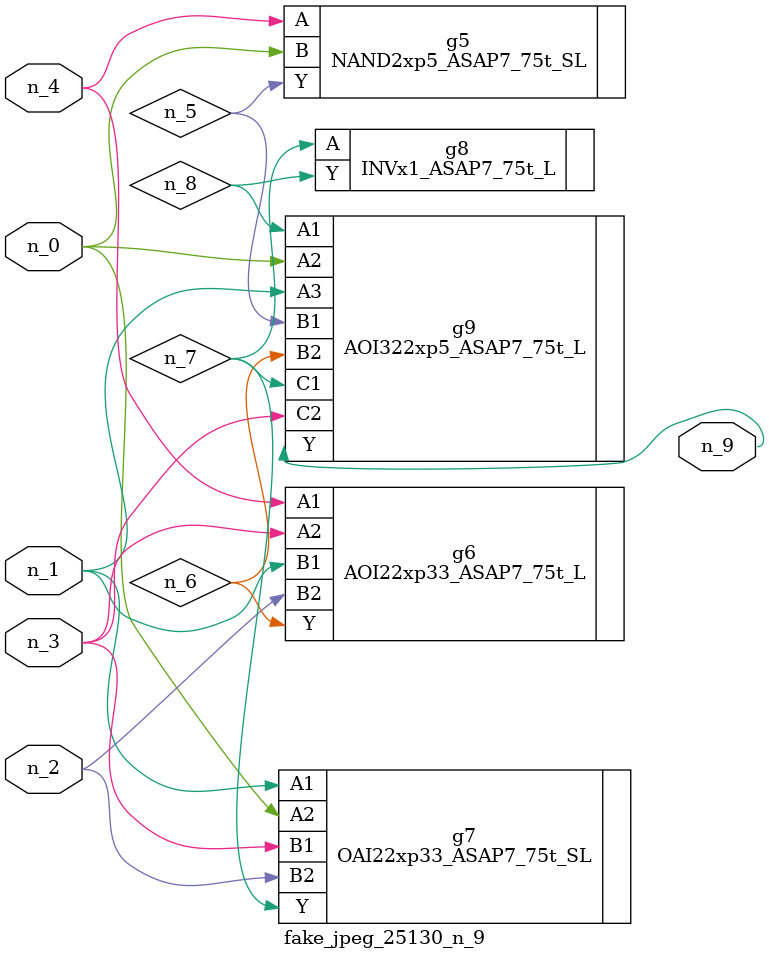
<source format=v>
module fake_jpeg_25130_n_9 (n_3, n_2, n_1, n_0, n_4, n_9);

input n_3;
input n_2;
input n_1;
input n_0;
input n_4;

output n_9;

wire n_8;
wire n_6;
wire n_5;
wire n_7;

NAND2xp5_ASAP7_75t_SL g5 ( 
.A(n_4),
.B(n_0),
.Y(n_5)
);

AOI22xp33_ASAP7_75t_L g6 ( 
.A1(n_4),
.A2(n_3),
.B1(n_1),
.B2(n_2),
.Y(n_6)
);

OAI22xp33_ASAP7_75t_SL g7 ( 
.A1(n_1),
.A2(n_0),
.B1(n_3),
.B2(n_2),
.Y(n_7)
);

INVx1_ASAP7_75t_L g8 ( 
.A(n_7),
.Y(n_8)
);

AOI322xp5_ASAP7_75t_L g9 ( 
.A1(n_8),
.A2(n_0),
.A3(n_1),
.B1(n_5),
.B2(n_6),
.C1(n_7),
.C2(n_3),
.Y(n_9)
);


endmodule
</source>
